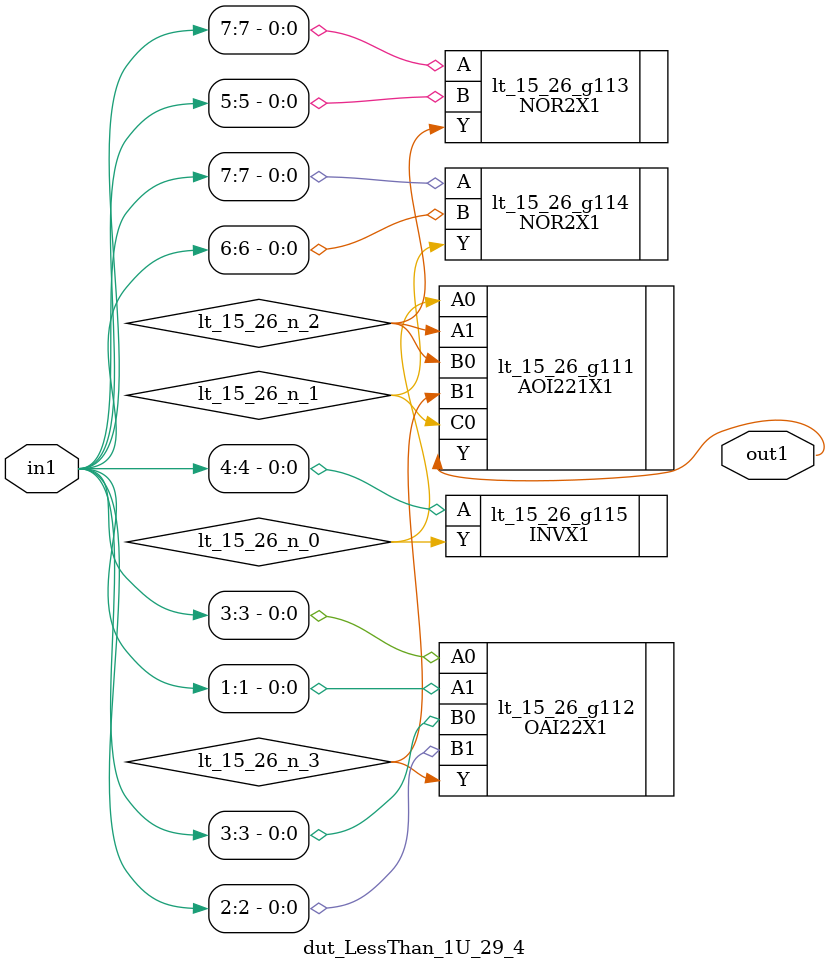
<source format=v>
`timescale 1ps / 1ps


module dut_LessThan_1U_29_4(in1, out1);
  input [7:0] in1;
  output out1;
  wire [7:0] in1;
  wire out1;
  wire lt_15_26_n_0, lt_15_26_n_1, lt_15_26_n_2, lt_15_26_n_3;
  AOI221X1 lt_15_26_g111(.A0 (lt_15_26_n_0), .A1 (lt_15_26_n_2), .B0
       (lt_15_26_n_2), .B1 (lt_15_26_n_3), .C0 (lt_15_26_n_1), .Y
       (out1));
  OAI22X1 lt_15_26_g112(.A0 (in1[3]), .A1 (in1[1]), .B0 (in1[3]), .B1
       (in1[2]), .Y (lt_15_26_n_3));
  NOR2X1 lt_15_26_g113(.A (in1[7]), .B (in1[5]), .Y (lt_15_26_n_2));
  NOR2X1 lt_15_26_g114(.A (in1[7]), .B (in1[6]), .Y (lt_15_26_n_1));
  INVX1 lt_15_26_g115(.A (in1[4]), .Y (lt_15_26_n_0));
endmodule



</source>
